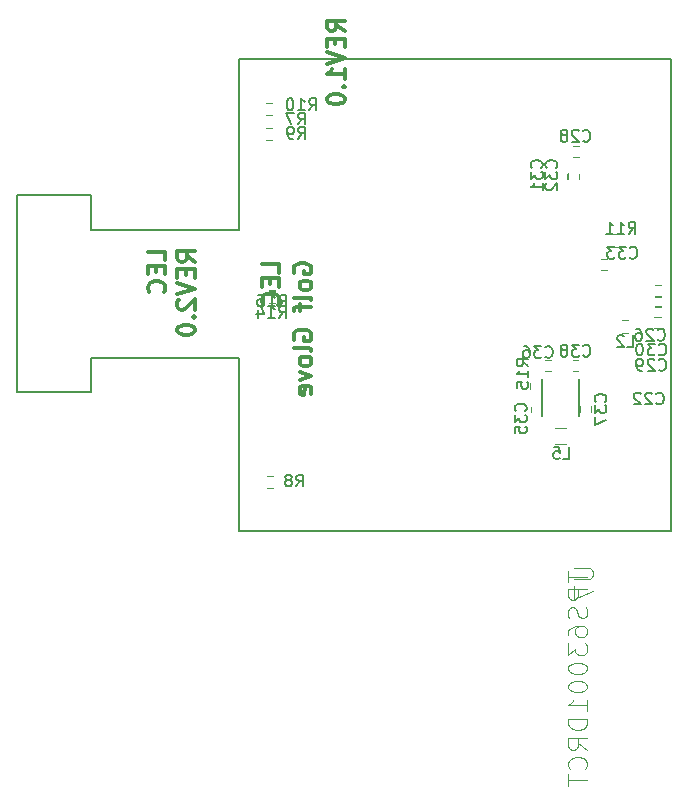
<source format=gbr>
%TF.GenerationSoftware,KiCad,Pcbnew,4.0.7*%
%TF.CreationDate,2019-04-11T13:09:23-05:00*%
%TF.ProjectId,GolfGloveMainBoardV1.0.0,476F6C66476C6F76654D61696E426F61,rev?*%
%TF.FileFunction,Legend,Bot*%
%FSLAX46Y46*%
G04 Gerber Fmt 4.6, Leading zero omitted, Abs format (unit mm)*
G04 Created by KiCad (PCBNEW 4.0.7) date 04/11/19 13:09:23*
%MOMM*%
%LPD*%
G01*
G04 APERTURE LIST*
%ADD10C,0.100000*%
%ADD11C,0.300000*%
%ADD12C,0.150000*%
%ADD13C,0.120000*%
%ADD14C,0.152400*%
%ADD15C,0.050000*%
G04 APERTURE END LIST*
D10*
D11*
X121328571Y-109007144D02*
X120614286Y-108507144D01*
X121328571Y-108150001D02*
X119828571Y-108150001D01*
X119828571Y-108721429D01*
X119900000Y-108864287D01*
X119971429Y-108935715D01*
X120114286Y-109007144D01*
X120328571Y-109007144D01*
X120471429Y-108935715D01*
X120542857Y-108864287D01*
X120614286Y-108721429D01*
X120614286Y-108150001D01*
X120542857Y-109650001D02*
X120542857Y-110150001D01*
X121328571Y-110364287D02*
X121328571Y-109650001D01*
X119828571Y-109650001D01*
X119828571Y-110364287D01*
X119828571Y-110792858D02*
X121328571Y-111292858D01*
X119828571Y-111792858D01*
X121328571Y-113078572D02*
X121328571Y-112221429D01*
X121328571Y-112650001D02*
X119828571Y-112650001D01*
X120042857Y-112507144D01*
X120185714Y-112364286D01*
X120257143Y-112221429D01*
X121185714Y-113721429D02*
X121257143Y-113792857D01*
X121328571Y-113721429D01*
X121257143Y-113650000D01*
X121185714Y-113721429D01*
X121328571Y-113721429D01*
X119828571Y-114721429D02*
X119828571Y-114864286D01*
X119900000Y-115007143D01*
X119971429Y-115078572D01*
X120114286Y-115150001D01*
X120400000Y-115221429D01*
X120757143Y-115221429D01*
X121042857Y-115150001D01*
X121185714Y-115078572D01*
X121257143Y-115007143D01*
X121328571Y-114864286D01*
X121328571Y-114721429D01*
X121257143Y-114578572D01*
X121185714Y-114507143D01*
X121042857Y-114435715D01*
X120757143Y-114364286D01*
X120400000Y-114364286D01*
X120114286Y-114435715D01*
X119971429Y-114507143D01*
X119900000Y-114578572D01*
X119828571Y-114721429D01*
X108653571Y-128532144D02*
X107939286Y-128032144D01*
X108653571Y-127675001D02*
X107153571Y-127675001D01*
X107153571Y-128246429D01*
X107225000Y-128389287D01*
X107296429Y-128460715D01*
X107439286Y-128532144D01*
X107653571Y-128532144D01*
X107796429Y-128460715D01*
X107867857Y-128389287D01*
X107939286Y-128246429D01*
X107939286Y-127675001D01*
X107867857Y-129175001D02*
X107867857Y-129675001D01*
X108653571Y-129889287D02*
X108653571Y-129175001D01*
X107153571Y-129175001D01*
X107153571Y-129889287D01*
X107153571Y-130317858D02*
X108653571Y-130817858D01*
X107153571Y-131317858D01*
X107296429Y-131746429D02*
X107225000Y-131817858D01*
X107153571Y-131960715D01*
X107153571Y-132317858D01*
X107225000Y-132460715D01*
X107296429Y-132532144D01*
X107439286Y-132603572D01*
X107582143Y-132603572D01*
X107796429Y-132532144D01*
X108653571Y-131675001D01*
X108653571Y-132603572D01*
X108510714Y-133246429D02*
X108582143Y-133317857D01*
X108653571Y-133246429D01*
X108582143Y-133175000D01*
X108510714Y-133246429D01*
X108653571Y-133246429D01*
X107153571Y-134246429D02*
X107153571Y-134389286D01*
X107225000Y-134532143D01*
X107296429Y-134603572D01*
X107439286Y-134675001D01*
X107725000Y-134746429D01*
X108082143Y-134746429D01*
X108367857Y-134675001D01*
X108510714Y-134603572D01*
X108582143Y-134532143D01*
X108653571Y-134389286D01*
X108653571Y-134246429D01*
X108582143Y-134103572D01*
X108510714Y-134032143D01*
X108367857Y-133960715D01*
X108082143Y-133889286D01*
X107725000Y-133889286D01*
X107439286Y-133960715D01*
X107296429Y-134032143D01*
X107225000Y-134103572D01*
X107153571Y-134246429D01*
X117075000Y-129510715D02*
X117003571Y-129367858D01*
X117003571Y-129153572D01*
X117075000Y-128939287D01*
X117217857Y-128796429D01*
X117360714Y-128725001D01*
X117646429Y-128653572D01*
X117860714Y-128653572D01*
X118146429Y-128725001D01*
X118289286Y-128796429D01*
X118432143Y-128939287D01*
X118503571Y-129153572D01*
X118503571Y-129296429D01*
X118432143Y-129510715D01*
X118360714Y-129582144D01*
X117860714Y-129582144D01*
X117860714Y-129296429D01*
X118503571Y-130439287D02*
X118432143Y-130296429D01*
X118360714Y-130225001D01*
X118217857Y-130153572D01*
X117789286Y-130153572D01*
X117646429Y-130225001D01*
X117575000Y-130296429D01*
X117503571Y-130439287D01*
X117503571Y-130653572D01*
X117575000Y-130796429D01*
X117646429Y-130867858D01*
X117789286Y-130939287D01*
X118217857Y-130939287D01*
X118360714Y-130867858D01*
X118432143Y-130796429D01*
X118503571Y-130653572D01*
X118503571Y-130439287D01*
X118503571Y-131796430D02*
X118432143Y-131653572D01*
X118289286Y-131582144D01*
X117003571Y-131582144D01*
X117503571Y-132153572D02*
X117503571Y-132725001D01*
X118503571Y-132367858D02*
X117217857Y-132367858D01*
X117075000Y-132439286D01*
X117003571Y-132582144D01*
X117003571Y-132725001D01*
X117075000Y-135153572D02*
X117003571Y-135010715D01*
X117003571Y-134796429D01*
X117075000Y-134582144D01*
X117217857Y-134439286D01*
X117360714Y-134367858D01*
X117646429Y-134296429D01*
X117860714Y-134296429D01*
X118146429Y-134367858D01*
X118289286Y-134439286D01*
X118432143Y-134582144D01*
X118503571Y-134796429D01*
X118503571Y-134939286D01*
X118432143Y-135153572D01*
X118360714Y-135225001D01*
X117860714Y-135225001D01*
X117860714Y-134939286D01*
X118503571Y-136082144D02*
X118432143Y-135939286D01*
X118289286Y-135867858D01*
X117003571Y-135867858D01*
X118503571Y-136867858D02*
X118432143Y-136725000D01*
X118360714Y-136653572D01*
X118217857Y-136582143D01*
X117789286Y-136582143D01*
X117646429Y-136653572D01*
X117575000Y-136725000D01*
X117503571Y-136867858D01*
X117503571Y-137082143D01*
X117575000Y-137225000D01*
X117646429Y-137296429D01*
X117789286Y-137367858D01*
X118217857Y-137367858D01*
X118360714Y-137296429D01*
X118432143Y-137225000D01*
X118503571Y-137082143D01*
X118503571Y-136867858D01*
X117503571Y-137867858D02*
X118503571Y-138225001D01*
X117503571Y-138582143D01*
X118432143Y-139725000D02*
X118503571Y-139582143D01*
X118503571Y-139296429D01*
X118432143Y-139153572D01*
X118289286Y-139082143D01*
X117717857Y-139082143D01*
X117575000Y-139153572D01*
X117503571Y-139296429D01*
X117503571Y-139582143D01*
X117575000Y-139725000D01*
X117717857Y-139796429D01*
X117860714Y-139796429D01*
X118003571Y-139082143D01*
X106153571Y-128410715D02*
X106153571Y-127696429D01*
X104653571Y-127696429D01*
X105367857Y-128910715D02*
X105367857Y-129410715D01*
X106153571Y-129625001D02*
X106153571Y-128910715D01*
X104653571Y-128910715D01*
X104653571Y-129625001D01*
X106010714Y-131125001D02*
X106082143Y-131053572D01*
X106153571Y-130839286D01*
X106153571Y-130696429D01*
X106082143Y-130482144D01*
X105939286Y-130339286D01*
X105796429Y-130267858D01*
X105510714Y-130196429D01*
X105296429Y-130196429D01*
X105010714Y-130267858D01*
X104867857Y-130339286D01*
X104725000Y-130482144D01*
X104653571Y-130696429D01*
X104653571Y-130839286D01*
X104725000Y-131053572D01*
X104796429Y-131125001D01*
X115803571Y-129460715D02*
X115803571Y-128746429D01*
X114303571Y-128746429D01*
X115017857Y-129960715D02*
X115017857Y-130460715D01*
X115803571Y-130675001D02*
X115803571Y-129960715D01*
X114303571Y-129960715D01*
X114303571Y-130675001D01*
X115660714Y-132175001D02*
X115732143Y-132103572D01*
X115803571Y-131889286D01*
X115803571Y-131746429D01*
X115732143Y-131532144D01*
X115589286Y-131389286D01*
X115446429Y-131317858D01*
X115160714Y-131246429D01*
X114946429Y-131246429D01*
X114660714Y-131317858D01*
X114517857Y-131389286D01*
X114375000Y-131532144D01*
X114303571Y-131746429D01*
X114303571Y-131889286D01*
X114375000Y-132103572D01*
X114446429Y-132175001D01*
D12*
X148925000Y-151345000D02*
X148925000Y-151355000D01*
X112365000Y-151345000D02*
X148925000Y-151345000D01*
X112365000Y-136675000D02*
X112365000Y-151345000D01*
X99805000Y-136675000D02*
X112365000Y-136675000D01*
X99805000Y-139585000D02*
X99805000Y-136675000D01*
X93605000Y-139585000D02*
X99805000Y-139585000D01*
X93605000Y-122935000D02*
X93605000Y-139585000D01*
X99805000Y-122935000D02*
X93605000Y-122935000D01*
X99805000Y-125835000D02*
X99805000Y-122935000D01*
X112375000Y-125835000D02*
X99805000Y-125835000D01*
X112375000Y-111355000D02*
X112375000Y-125835000D01*
X148925000Y-111355000D02*
X112375000Y-111355000D01*
X148925000Y-151345000D02*
X148925000Y-111355000D01*
D13*
X148050000Y-134195000D02*
X147550000Y-134195000D01*
X147550000Y-133255000D02*
X148050000Y-133255000D01*
X147575000Y-130555000D02*
X148075000Y-130555000D01*
X148075000Y-131495000D02*
X147575000Y-131495000D01*
X140625000Y-118730000D02*
X141125000Y-118730000D01*
X141125000Y-119670000D02*
X140625000Y-119670000D01*
X147565000Y-132285000D02*
X148065000Y-132285000D01*
X148065000Y-133225000D02*
X147565000Y-133225000D01*
X147575000Y-131425000D02*
X148075000Y-131425000D01*
X148075000Y-132365000D02*
X147575000Y-132365000D01*
X139255000Y-121565000D02*
X139255000Y-121065000D01*
X140195000Y-121065000D02*
X140195000Y-121565000D01*
X140185000Y-121585000D02*
X140185000Y-121085000D01*
X141125000Y-121085000D02*
X141125000Y-121585000D01*
X143050000Y-128330000D02*
X143550000Y-128330000D01*
X143550000Y-129270000D02*
X143050000Y-129270000D01*
X138015000Y-140810000D02*
X138015000Y-141310000D01*
X137075000Y-141310000D02*
X137075000Y-140810000D01*
X138795000Y-137830000D02*
X138295000Y-137830000D01*
X138295000Y-136890000D02*
X138795000Y-136890000D01*
X142215000Y-140735000D02*
X142215000Y-141235000D01*
X141275000Y-141235000D02*
X141275000Y-140735000D01*
X140620000Y-136890000D02*
X141120000Y-136890000D01*
X141120000Y-137830000D02*
X140620000Y-137830000D01*
X144800000Y-133520000D02*
X145300000Y-133520000D01*
X145300000Y-134580000D02*
X144800000Y-134580000D01*
X140095000Y-142605000D02*
X139095000Y-142605000D01*
X139095000Y-143965000D02*
X140095000Y-143965000D01*
X114635000Y-116145000D02*
X115135000Y-116145000D01*
X115135000Y-117205000D02*
X114635000Y-117205000D01*
X114755000Y-146685000D02*
X115255000Y-146685000D01*
X115255000Y-147745000D02*
X114755000Y-147745000D01*
X114635000Y-117205000D02*
X115135000Y-117205000D01*
X115135000Y-118265000D02*
X114635000Y-118265000D01*
X114635000Y-115095000D02*
X115135000Y-115095000D01*
X115135000Y-116155000D02*
X114635000Y-116155000D01*
X144425000Y-127280000D02*
X143925000Y-127280000D01*
X143925000Y-126220000D02*
X144425000Y-126220000D01*
X138050000Y-138835000D02*
X138050000Y-139335000D01*
X136990000Y-139335000D02*
X136990000Y-138835000D01*
D14*
X138020200Y-141634800D02*
X138020200Y-138485200D01*
X141169800Y-138485200D02*
X141169800Y-141634800D01*
D13*
X115400000Y-132030000D02*
X114900000Y-132030000D01*
X114900000Y-130970000D02*
X115400000Y-130970000D01*
X115415000Y-131049999D02*
X114915000Y-131049999D01*
X114915000Y-129989999D02*
X115415000Y-129989999D01*
D12*
X147717857Y-140532143D02*
X147765476Y-140579762D01*
X147908333Y-140627381D01*
X148003571Y-140627381D01*
X148146429Y-140579762D01*
X148241667Y-140484524D01*
X148289286Y-140389286D01*
X148336905Y-140198810D01*
X148336905Y-140055952D01*
X148289286Y-139865476D01*
X148241667Y-139770238D01*
X148146429Y-139675000D01*
X148003571Y-139627381D01*
X147908333Y-139627381D01*
X147765476Y-139675000D01*
X147717857Y-139722619D01*
X147336905Y-139722619D02*
X147289286Y-139675000D01*
X147194048Y-139627381D01*
X146955952Y-139627381D01*
X146860714Y-139675000D01*
X146813095Y-139722619D01*
X146765476Y-139817857D01*
X146765476Y-139913095D01*
X146813095Y-140055952D01*
X147384524Y-140627381D01*
X146765476Y-140627381D01*
X146384524Y-139722619D02*
X146336905Y-139675000D01*
X146241667Y-139627381D01*
X146003571Y-139627381D01*
X145908333Y-139675000D01*
X145860714Y-139722619D01*
X145813095Y-139817857D01*
X145813095Y-139913095D01*
X145860714Y-140055952D01*
X146432143Y-140627381D01*
X145813095Y-140627381D01*
X147817857Y-135132143D02*
X147865476Y-135179762D01*
X148008333Y-135227381D01*
X148103571Y-135227381D01*
X148246429Y-135179762D01*
X148341667Y-135084524D01*
X148389286Y-134989286D01*
X148436905Y-134798810D01*
X148436905Y-134655952D01*
X148389286Y-134465476D01*
X148341667Y-134370238D01*
X148246429Y-134275000D01*
X148103571Y-134227381D01*
X148008333Y-134227381D01*
X147865476Y-134275000D01*
X147817857Y-134322619D01*
X147436905Y-134322619D02*
X147389286Y-134275000D01*
X147294048Y-134227381D01*
X147055952Y-134227381D01*
X146960714Y-134275000D01*
X146913095Y-134322619D01*
X146865476Y-134417857D01*
X146865476Y-134513095D01*
X146913095Y-134655952D01*
X147484524Y-135227381D01*
X146865476Y-135227381D01*
X146008333Y-134227381D02*
X146198810Y-134227381D01*
X146294048Y-134275000D01*
X146341667Y-134322619D01*
X146436905Y-134465476D01*
X146484524Y-134655952D01*
X146484524Y-135036905D01*
X146436905Y-135132143D01*
X146389286Y-135179762D01*
X146294048Y-135227381D01*
X146103571Y-135227381D01*
X146008333Y-135179762D01*
X145960714Y-135132143D01*
X145913095Y-135036905D01*
X145913095Y-134798810D01*
X145960714Y-134703571D01*
X146008333Y-134655952D01*
X146103571Y-134608333D01*
X146294048Y-134608333D01*
X146389286Y-134655952D01*
X146436905Y-134703571D01*
X146484524Y-134798810D01*
X141517857Y-118287143D02*
X141565476Y-118334762D01*
X141708333Y-118382381D01*
X141803571Y-118382381D01*
X141946429Y-118334762D01*
X142041667Y-118239524D01*
X142089286Y-118144286D01*
X142136905Y-117953810D01*
X142136905Y-117810952D01*
X142089286Y-117620476D01*
X142041667Y-117525238D01*
X141946429Y-117430000D01*
X141803571Y-117382381D01*
X141708333Y-117382381D01*
X141565476Y-117430000D01*
X141517857Y-117477619D01*
X141136905Y-117477619D02*
X141089286Y-117430000D01*
X140994048Y-117382381D01*
X140755952Y-117382381D01*
X140660714Y-117430000D01*
X140613095Y-117477619D01*
X140565476Y-117572857D01*
X140565476Y-117668095D01*
X140613095Y-117810952D01*
X141184524Y-118382381D01*
X140565476Y-118382381D01*
X139994048Y-117810952D02*
X140089286Y-117763333D01*
X140136905Y-117715714D01*
X140184524Y-117620476D01*
X140184524Y-117572857D01*
X140136905Y-117477619D01*
X140089286Y-117430000D01*
X139994048Y-117382381D01*
X139803571Y-117382381D01*
X139708333Y-117430000D01*
X139660714Y-117477619D01*
X139613095Y-117572857D01*
X139613095Y-117620476D01*
X139660714Y-117715714D01*
X139708333Y-117763333D01*
X139803571Y-117810952D01*
X139994048Y-117810952D01*
X140089286Y-117858571D01*
X140136905Y-117906190D01*
X140184524Y-118001429D01*
X140184524Y-118191905D01*
X140136905Y-118287143D01*
X140089286Y-118334762D01*
X139994048Y-118382381D01*
X139803571Y-118382381D01*
X139708333Y-118334762D01*
X139660714Y-118287143D01*
X139613095Y-118191905D01*
X139613095Y-118001429D01*
X139660714Y-117906190D01*
X139708333Y-117858571D01*
X139803571Y-117810952D01*
X147917857Y-137682143D02*
X147965476Y-137729762D01*
X148108333Y-137777381D01*
X148203571Y-137777381D01*
X148346429Y-137729762D01*
X148441667Y-137634524D01*
X148489286Y-137539286D01*
X148536905Y-137348810D01*
X148536905Y-137205952D01*
X148489286Y-137015476D01*
X148441667Y-136920238D01*
X148346429Y-136825000D01*
X148203571Y-136777381D01*
X148108333Y-136777381D01*
X147965476Y-136825000D01*
X147917857Y-136872619D01*
X147536905Y-136872619D02*
X147489286Y-136825000D01*
X147394048Y-136777381D01*
X147155952Y-136777381D01*
X147060714Y-136825000D01*
X147013095Y-136872619D01*
X146965476Y-136967857D01*
X146965476Y-137063095D01*
X147013095Y-137205952D01*
X147584524Y-137777381D01*
X146965476Y-137777381D01*
X146489286Y-137777381D02*
X146298810Y-137777381D01*
X146203571Y-137729762D01*
X146155952Y-137682143D01*
X146060714Y-137539286D01*
X146013095Y-137348810D01*
X146013095Y-136967857D01*
X146060714Y-136872619D01*
X146108333Y-136825000D01*
X146203571Y-136777381D01*
X146394048Y-136777381D01*
X146489286Y-136825000D01*
X146536905Y-136872619D01*
X146584524Y-136967857D01*
X146584524Y-137205952D01*
X146536905Y-137301190D01*
X146489286Y-137348810D01*
X146394048Y-137396429D01*
X146203571Y-137396429D01*
X146108333Y-137348810D01*
X146060714Y-137301190D01*
X146013095Y-137205952D01*
X147917857Y-136382143D02*
X147965476Y-136429762D01*
X148108333Y-136477381D01*
X148203571Y-136477381D01*
X148346429Y-136429762D01*
X148441667Y-136334524D01*
X148489286Y-136239286D01*
X148536905Y-136048810D01*
X148536905Y-135905952D01*
X148489286Y-135715476D01*
X148441667Y-135620238D01*
X148346429Y-135525000D01*
X148203571Y-135477381D01*
X148108333Y-135477381D01*
X147965476Y-135525000D01*
X147917857Y-135572619D01*
X147584524Y-135477381D02*
X146965476Y-135477381D01*
X147298810Y-135858333D01*
X147155952Y-135858333D01*
X147060714Y-135905952D01*
X147013095Y-135953571D01*
X146965476Y-136048810D01*
X146965476Y-136286905D01*
X147013095Y-136382143D01*
X147060714Y-136429762D01*
X147155952Y-136477381D01*
X147441667Y-136477381D01*
X147536905Y-136429762D01*
X147584524Y-136382143D01*
X146346429Y-135477381D02*
X146251190Y-135477381D01*
X146155952Y-135525000D01*
X146108333Y-135572619D01*
X146060714Y-135667857D01*
X146013095Y-135858333D01*
X146013095Y-136096429D01*
X146060714Y-136286905D01*
X146108333Y-136382143D01*
X146155952Y-136429762D01*
X146251190Y-136477381D01*
X146346429Y-136477381D01*
X146441667Y-136429762D01*
X146489286Y-136382143D01*
X146536905Y-136286905D01*
X146584524Y-136096429D01*
X146584524Y-135858333D01*
X146536905Y-135667857D01*
X146489286Y-135572619D01*
X146441667Y-135525000D01*
X146346429Y-135477381D01*
X137982143Y-120582143D02*
X138029762Y-120534524D01*
X138077381Y-120391667D01*
X138077381Y-120296429D01*
X138029762Y-120153571D01*
X137934524Y-120058333D01*
X137839286Y-120010714D01*
X137648810Y-119963095D01*
X137505952Y-119963095D01*
X137315476Y-120010714D01*
X137220238Y-120058333D01*
X137125000Y-120153571D01*
X137077381Y-120296429D01*
X137077381Y-120391667D01*
X137125000Y-120534524D01*
X137172619Y-120582143D01*
X137077381Y-120915476D02*
X137077381Y-121534524D01*
X137458333Y-121201190D01*
X137458333Y-121344048D01*
X137505952Y-121439286D01*
X137553571Y-121486905D01*
X137648810Y-121534524D01*
X137886905Y-121534524D01*
X137982143Y-121486905D01*
X138029762Y-121439286D01*
X138077381Y-121344048D01*
X138077381Y-121058333D01*
X138029762Y-120963095D01*
X137982143Y-120915476D01*
X138077381Y-122486905D02*
X138077381Y-121915476D01*
X138077381Y-122201190D02*
X137077381Y-122201190D01*
X137220238Y-122105952D01*
X137315476Y-122010714D01*
X137363095Y-121915476D01*
X139232143Y-120582143D02*
X139279762Y-120534524D01*
X139327381Y-120391667D01*
X139327381Y-120296429D01*
X139279762Y-120153571D01*
X139184524Y-120058333D01*
X139089286Y-120010714D01*
X138898810Y-119963095D01*
X138755952Y-119963095D01*
X138565476Y-120010714D01*
X138470238Y-120058333D01*
X138375000Y-120153571D01*
X138327381Y-120296429D01*
X138327381Y-120391667D01*
X138375000Y-120534524D01*
X138422619Y-120582143D01*
X138327381Y-120915476D02*
X138327381Y-121534524D01*
X138708333Y-121201190D01*
X138708333Y-121344048D01*
X138755952Y-121439286D01*
X138803571Y-121486905D01*
X138898810Y-121534524D01*
X139136905Y-121534524D01*
X139232143Y-121486905D01*
X139279762Y-121439286D01*
X139327381Y-121344048D01*
X139327381Y-121058333D01*
X139279762Y-120963095D01*
X139232143Y-120915476D01*
X138422619Y-121915476D02*
X138375000Y-121963095D01*
X138327381Y-122058333D01*
X138327381Y-122296429D01*
X138375000Y-122391667D01*
X138422619Y-122439286D01*
X138517857Y-122486905D01*
X138613095Y-122486905D01*
X138755952Y-122439286D01*
X139327381Y-121867857D01*
X139327381Y-122486905D01*
X145467857Y-128182143D02*
X145515476Y-128229762D01*
X145658333Y-128277381D01*
X145753571Y-128277381D01*
X145896429Y-128229762D01*
X145991667Y-128134524D01*
X146039286Y-128039286D01*
X146086905Y-127848810D01*
X146086905Y-127705952D01*
X146039286Y-127515476D01*
X145991667Y-127420238D01*
X145896429Y-127325000D01*
X145753571Y-127277381D01*
X145658333Y-127277381D01*
X145515476Y-127325000D01*
X145467857Y-127372619D01*
X145134524Y-127277381D02*
X144515476Y-127277381D01*
X144848810Y-127658333D01*
X144705952Y-127658333D01*
X144610714Y-127705952D01*
X144563095Y-127753571D01*
X144515476Y-127848810D01*
X144515476Y-128086905D01*
X144563095Y-128182143D01*
X144610714Y-128229762D01*
X144705952Y-128277381D01*
X144991667Y-128277381D01*
X145086905Y-128229762D01*
X145134524Y-128182143D01*
X144182143Y-127277381D02*
X143563095Y-127277381D01*
X143896429Y-127658333D01*
X143753571Y-127658333D01*
X143658333Y-127705952D01*
X143610714Y-127753571D01*
X143563095Y-127848810D01*
X143563095Y-128086905D01*
X143610714Y-128182143D01*
X143658333Y-128229762D01*
X143753571Y-128277381D01*
X144039286Y-128277381D01*
X144134524Y-128229762D01*
X144182143Y-128182143D01*
X136632143Y-141182143D02*
X136679762Y-141134524D01*
X136727381Y-140991667D01*
X136727381Y-140896429D01*
X136679762Y-140753571D01*
X136584524Y-140658333D01*
X136489286Y-140610714D01*
X136298810Y-140563095D01*
X136155952Y-140563095D01*
X135965476Y-140610714D01*
X135870238Y-140658333D01*
X135775000Y-140753571D01*
X135727381Y-140896429D01*
X135727381Y-140991667D01*
X135775000Y-141134524D01*
X135822619Y-141182143D01*
X135727381Y-141515476D02*
X135727381Y-142134524D01*
X136108333Y-141801190D01*
X136108333Y-141944048D01*
X136155952Y-142039286D01*
X136203571Y-142086905D01*
X136298810Y-142134524D01*
X136536905Y-142134524D01*
X136632143Y-142086905D01*
X136679762Y-142039286D01*
X136727381Y-141944048D01*
X136727381Y-141658333D01*
X136679762Y-141563095D01*
X136632143Y-141515476D01*
X135727381Y-143039286D02*
X135727381Y-142563095D01*
X136203571Y-142515476D01*
X136155952Y-142563095D01*
X136108333Y-142658333D01*
X136108333Y-142896429D01*
X136155952Y-142991667D01*
X136203571Y-143039286D01*
X136298810Y-143086905D01*
X136536905Y-143086905D01*
X136632143Y-143039286D01*
X136679762Y-142991667D01*
X136727381Y-142896429D01*
X136727381Y-142658333D01*
X136679762Y-142563095D01*
X136632143Y-142515476D01*
X138317857Y-136582143D02*
X138365476Y-136629762D01*
X138508333Y-136677381D01*
X138603571Y-136677381D01*
X138746429Y-136629762D01*
X138841667Y-136534524D01*
X138889286Y-136439286D01*
X138936905Y-136248810D01*
X138936905Y-136105952D01*
X138889286Y-135915476D01*
X138841667Y-135820238D01*
X138746429Y-135725000D01*
X138603571Y-135677381D01*
X138508333Y-135677381D01*
X138365476Y-135725000D01*
X138317857Y-135772619D01*
X137984524Y-135677381D02*
X137365476Y-135677381D01*
X137698810Y-136058333D01*
X137555952Y-136058333D01*
X137460714Y-136105952D01*
X137413095Y-136153571D01*
X137365476Y-136248810D01*
X137365476Y-136486905D01*
X137413095Y-136582143D01*
X137460714Y-136629762D01*
X137555952Y-136677381D01*
X137841667Y-136677381D01*
X137936905Y-136629762D01*
X137984524Y-136582143D01*
X136508333Y-135677381D02*
X136698810Y-135677381D01*
X136794048Y-135725000D01*
X136841667Y-135772619D01*
X136936905Y-135915476D01*
X136984524Y-136105952D01*
X136984524Y-136486905D01*
X136936905Y-136582143D01*
X136889286Y-136629762D01*
X136794048Y-136677381D01*
X136603571Y-136677381D01*
X136508333Y-136629762D01*
X136460714Y-136582143D01*
X136413095Y-136486905D01*
X136413095Y-136248810D01*
X136460714Y-136153571D01*
X136508333Y-136105952D01*
X136603571Y-136058333D01*
X136794048Y-136058333D01*
X136889286Y-136105952D01*
X136936905Y-136153571D01*
X136984524Y-136248810D01*
X143382143Y-140382143D02*
X143429762Y-140334524D01*
X143477381Y-140191667D01*
X143477381Y-140096429D01*
X143429762Y-139953571D01*
X143334524Y-139858333D01*
X143239286Y-139810714D01*
X143048810Y-139763095D01*
X142905952Y-139763095D01*
X142715476Y-139810714D01*
X142620238Y-139858333D01*
X142525000Y-139953571D01*
X142477381Y-140096429D01*
X142477381Y-140191667D01*
X142525000Y-140334524D01*
X142572619Y-140382143D01*
X142477381Y-140715476D02*
X142477381Y-141334524D01*
X142858333Y-141001190D01*
X142858333Y-141144048D01*
X142905952Y-141239286D01*
X142953571Y-141286905D01*
X143048810Y-141334524D01*
X143286905Y-141334524D01*
X143382143Y-141286905D01*
X143429762Y-141239286D01*
X143477381Y-141144048D01*
X143477381Y-140858333D01*
X143429762Y-140763095D01*
X143382143Y-140715476D01*
X142477381Y-141667857D02*
X142477381Y-142334524D01*
X143477381Y-141905952D01*
X141517857Y-136482143D02*
X141565476Y-136529762D01*
X141708333Y-136577381D01*
X141803571Y-136577381D01*
X141946429Y-136529762D01*
X142041667Y-136434524D01*
X142089286Y-136339286D01*
X142136905Y-136148810D01*
X142136905Y-136005952D01*
X142089286Y-135815476D01*
X142041667Y-135720238D01*
X141946429Y-135625000D01*
X141803571Y-135577381D01*
X141708333Y-135577381D01*
X141565476Y-135625000D01*
X141517857Y-135672619D01*
X141184524Y-135577381D02*
X140565476Y-135577381D01*
X140898810Y-135958333D01*
X140755952Y-135958333D01*
X140660714Y-136005952D01*
X140613095Y-136053571D01*
X140565476Y-136148810D01*
X140565476Y-136386905D01*
X140613095Y-136482143D01*
X140660714Y-136529762D01*
X140755952Y-136577381D01*
X141041667Y-136577381D01*
X141136905Y-136529762D01*
X141184524Y-136482143D01*
X139994048Y-136005952D02*
X140089286Y-135958333D01*
X140136905Y-135910714D01*
X140184524Y-135815476D01*
X140184524Y-135767857D01*
X140136905Y-135672619D01*
X140089286Y-135625000D01*
X139994048Y-135577381D01*
X139803571Y-135577381D01*
X139708333Y-135625000D01*
X139660714Y-135672619D01*
X139613095Y-135767857D01*
X139613095Y-135815476D01*
X139660714Y-135910714D01*
X139708333Y-135958333D01*
X139803571Y-136005952D01*
X139994048Y-136005952D01*
X140089286Y-136053571D01*
X140136905Y-136101190D01*
X140184524Y-136196429D01*
X140184524Y-136386905D01*
X140136905Y-136482143D01*
X140089286Y-136529762D01*
X139994048Y-136577381D01*
X139803571Y-136577381D01*
X139708333Y-136529762D01*
X139660714Y-136482143D01*
X139613095Y-136386905D01*
X139613095Y-136196429D01*
X139660714Y-136101190D01*
X139708333Y-136053571D01*
X139803571Y-136005952D01*
X145241666Y-135777381D02*
X145717857Y-135777381D01*
X145717857Y-134777381D01*
X144955952Y-134872619D02*
X144908333Y-134825000D01*
X144813095Y-134777381D01*
X144574999Y-134777381D01*
X144479761Y-134825000D01*
X144432142Y-134872619D01*
X144384523Y-134967857D01*
X144384523Y-135063095D01*
X144432142Y-135205952D01*
X145003571Y-135777381D01*
X144384523Y-135777381D01*
X139841666Y-145227381D02*
X140317857Y-145227381D01*
X140317857Y-144227381D01*
X139032142Y-144227381D02*
X139508333Y-144227381D01*
X139555952Y-144703571D01*
X139508333Y-144655952D01*
X139413095Y-144608333D01*
X139174999Y-144608333D01*
X139079761Y-144655952D01*
X139032142Y-144703571D01*
X138984523Y-144798810D01*
X138984523Y-145036905D01*
X139032142Y-145132143D01*
X139079761Y-145179762D01*
X139174999Y-145227381D01*
X139413095Y-145227381D01*
X139508333Y-145179762D01*
X139555952Y-145132143D01*
X117391666Y-116927381D02*
X117725000Y-116451190D01*
X117963095Y-116927381D02*
X117963095Y-115927381D01*
X117582142Y-115927381D01*
X117486904Y-115975000D01*
X117439285Y-116022619D01*
X117391666Y-116117857D01*
X117391666Y-116260714D01*
X117439285Y-116355952D01*
X117486904Y-116403571D01*
X117582142Y-116451190D01*
X117963095Y-116451190D01*
X117058333Y-115927381D02*
X116391666Y-115927381D01*
X116820238Y-116927381D01*
X117241666Y-147577381D02*
X117575000Y-147101190D01*
X117813095Y-147577381D02*
X117813095Y-146577381D01*
X117432142Y-146577381D01*
X117336904Y-146625000D01*
X117289285Y-146672619D01*
X117241666Y-146767857D01*
X117241666Y-146910714D01*
X117289285Y-147005952D01*
X117336904Y-147053571D01*
X117432142Y-147101190D01*
X117813095Y-147101190D01*
X116670238Y-147005952D02*
X116765476Y-146958333D01*
X116813095Y-146910714D01*
X116860714Y-146815476D01*
X116860714Y-146767857D01*
X116813095Y-146672619D01*
X116765476Y-146625000D01*
X116670238Y-146577381D01*
X116479761Y-146577381D01*
X116384523Y-146625000D01*
X116336904Y-146672619D01*
X116289285Y-146767857D01*
X116289285Y-146815476D01*
X116336904Y-146910714D01*
X116384523Y-146958333D01*
X116479761Y-147005952D01*
X116670238Y-147005952D01*
X116765476Y-147053571D01*
X116813095Y-147101190D01*
X116860714Y-147196429D01*
X116860714Y-147386905D01*
X116813095Y-147482143D01*
X116765476Y-147529762D01*
X116670238Y-147577381D01*
X116479761Y-147577381D01*
X116384523Y-147529762D01*
X116336904Y-147482143D01*
X116289285Y-147386905D01*
X116289285Y-147196429D01*
X116336904Y-147101190D01*
X116384523Y-147053571D01*
X116479761Y-147005952D01*
X117391666Y-118127381D02*
X117725000Y-117651190D01*
X117963095Y-118127381D02*
X117963095Y-117127381D01*
X117582142Y-117127381D01*
X117486904Y-117175000D01*
X117439285Y-117222619D01*
X117391666Y-117317857D01*
X117391666Y-117460714D01*
X117439285Y-117555952D01*
X117486904Y-117603571D01*
X117582142Y-117651190D01*
X117963095Y-117651190D01*
X116915476Y-118127381D02*
X116725000Y-118127381D01*
X116629761Y-118079762D01*
X116582142Y-118032143D01*
X116486904Y-117889286D01*
X116439285Y-117698810D01*
X116439285Y-117317857D01*
X116486904Y-117222619D01*
X116534523Y-117175000D01*
X116629761Y-117127381D01*
X116820238Y-117127381D01*
X116915476Y-117175000D01*
X116963095Y-117222619D01*
X117010714Y-117317857D01*
X117010714Y-117555952D01*
X116963095Y-117651190D01*
X116915476Y-117698810D01*
X116820238Y-117746429D01*
X116629761Y-117746429D01*
X116534523Y-117698810D01*
X116486904Y-117651190D01*
X116439285Y-117555952D01*
X118317857Y-115727381D02*
X118651191Y-115251190D01*
X118889286Y-115727381D02*
X118889286Y-114727381D01*
X118508333Y-114727381D01*
X118413095Y-114775000D01*
X118365476Y-114822619D01*
X118317857Y-114917857D01*
X118317857Y-115060714D01*
X118365476Y-115155952D01*
X118413095Y-115203571D01*
X118508333Y-115251190D01*
X118889286Y-115251190D01*
X117365476Y-115727381D02*
X117936905Y-115727381D01*
X117651191Y-115727381D02*
X117651191Y-114727381D01*
X117746429Y-114870238D01*
X117841667Y-114965476D01*
X117936905Y-115013095D01*
X116746429Y-114727381D02*
X116651190Y-114727381D01*
X116555952Y-114775000D01*
X116508333Y-114822619D01*
X116460714Y-114917857D01*
X116413095Y-115108333D01*
X116413095Y-115346429D01*
X116460714Y-115536905D01*
X116508333Y-115632143D01*
X116555952Y-115679762D01*
X116651190Y-115727381D01*
X116746429Y-115727381D01*
X116841667Y-115679762D01*
X116889286Y-115632143D01*
X116936905Y-115536905D01*
X116984524Y-115346429D01*
X116984524Y-115108333D01*
X116936905Y-114917857D01*
X116889286Y-114822619D01*
X116841667Y-114775000D01*
X116746429Y-114727381D01*
X145367857Y-126177381D02*
X145701191Y-125701190D01*
X145939286Y-126177381D02*
X145939286Y-125177381D01*
X145558333Y-125177381D01*
X145463095Y-125225000D01*
X145415476Y-125272619D01*
X145367857Y-125367857D01*
X145367857Y-125510714D01*
X145415476Y-125605952D01*
X145463095Y-125653571D01*
X145558333Y-125701190D01*
X145939286Y-125701190D01*
X144415476Y-126177381D02*
X144986905Y-126177381D01*
X144701191Y-126177381D02*
X144701191Y-125177381D01*
X144796429Y-125320238D01*
X144891667Y-125415476D01*
X144986905Y-125463095D01*
X143463095Y-126177381D02*
X144034524Y-126177381D01*
X143748810Y-126177381D02*
X143748810Y-125177381D01*
X143844048Y-125320238D01*
X143939286Y-125415476D01*
X144034524Y-125463095D01*
X136877381Y-137382143D02*
X136401190Y-137048809D01*
X136877381Y-136810714D02*
X135877381Y-136810714D01*
X135877381Y-137191667D01*
X135925000Y-137286905D01*
X135972619Y-137334524D01*
X136067857Y-137382143D01*
X136210714Y-137382143D01*
X136305952Y-137334524D01*
X136353571Y-137286905D01*
X136401190Y-137191667D01*
X136401190Y-136810714D01*
X136877381Y-138334524D02*
X136877381Y-137763095D01*
X136877381Y-138048809D02*
X135877381Y-138048809D01*
X136020238Y-137953571D01*
X136115476Y-137858333D01*
X136163095Y-137763095D01*
X135877381Y-139239286D02*
X135877381Y-138763095D01*
X136353571Y-138715476D01*
X136305952Y-138763095D01*
X136258333Y-138858333D01*
X136258333Y-139096429D01*
X136305952Y-139191667D01*
X136353571Y-139239286D01*
X136448810Y-139286905D01*
X136686905Y-139286905D01*
X136782143Y-139239286D01*
X136829762Y-139191667D01*
X136877381Y-139096429D01*
X136877381Y-138858333D01*
X136829762Y-138763095D01*
X136782143Y-138715476D01*
D15*
X140725903Y-154474082D02*
X142055003Y-154474082D01*
X142211368Y-154552264D01*
X142289550Y-154630447D01*
X142367733Y-154786811D01*
X142367733Y-155099541D01*
X142289550Y-155255906D01*
X142211368Y-155334088D01*
X142055003Y-155412270D01*
X140725903Y-155412270D01*
X140725903Y-156037729D02*
X140725903Y-157132282D01*
X142367733Y-156428641D01*
X140225727Y-154754077D02*
X140225727Y-155692449D01*
X141867877Y-155223263D02*
X140225727Y-155223263D01*
X141867877Y-156239832D02*
X140225727Y-156239832D01*
X140225727Y-156865413D01*
X140303925Y-157021808D01*
X140382123Y-157100006D01*
X140538518Y-157178204D01*
X140773111Y-157178204D01*
X140929506Y-157100006D01*
X141007704Y-157021808D01*
X141085901Y-156865413D01*
X141085901Y-156239832D01*
X141789680Y-157803784D02*
X141867877Y-158038377D01*
X141867877Y-158429365D01*
X141789680Y-158585761D01*
X141711482Y-158663958D01*
X141555087Y-158742156D01*
X141398692Y-158742156D01*
X141242296Y-158663958D01*
X141164099Y-158585761D01*
X141085901Y-158429365D01*
X141007704Y-158116575D01*
X140929506Y-157960180D01*
X140851308Y-157881982D01*
X140694913Y-157803784D01*
X140538518Y-157803784D01*
X140382123Y-157881982D01*
X140303925Y-157960180D01*
X140225727Y-158116575D01*
X140225727Y-158507563D01*
X140303925Y-158742156D01*
X140225727Y-160149713D02*
X140225727Y-159836922D01*
X140303925Y-159680527D01*
X140382123Y-159602329D01*
X140616715Y-159445934D01*
X140929506Y-159367736D01*
X141555087Y-159367736D01*
X141711482Y-159445934D01*
X141789680Y-159524132D01*
X141867877Y-159680527D01*
X141867877Y-159993317D01*
X141789680Y-160149713D01*
X141711482Y-160227910D01*
X141555087Y-160306108D01*
X141164099Y-160306108D01*
X141007704Y-160227910D01*
X140929506Y-160149713D01*
X140851308Y-159993317D01*
X140851308Y-159680527D01*
X140929506Y-159524132D01*
X141007704Y-159445934D01*
X141164099Y-159367736D01*
X140225727Y-160853491D02*
X140225727Y-161870060D01*
X140851308Y-161322677D01*
X140851308Y-161557269D01*
X140929506Y-161713665D01*
X141007704Y-161791862D01*
X141164099Y-161870060D01*
X141555087Y-161870060D01*
X141711482Y-161791862D01*
X141789680Y-161713665D01*
X141867877Y-161557269D01*
X141867877Y-161088084D01*
X141789680Y-160931688D01*
X141711482Y-160853491D01*
X140225727Y-162886629D02*
X140225727Y-163043024D01*
X140303925Y-163199419D01*
X140382123Y-163277617D01*
X140538518Y-163355814D01*
X140851308Y-163434012D01*
X141242296Y-163434012D01*
X141555087Y-163355814D01*
X141711482Y-163277617D01*
X141789680Y-163199419D01*
X141867877Y-163043024D01*
X141867877Y-162886629D01*
X141789680Y-162730233D01*
X141711482Y-162652036D01*
X141555087Y-162573838D01*
X141242296Y-162495640D01*
X140851308Y-162495640D01*
X140538518Y-162573838D01*
X140382123Y-162652036D01*
X140303925Y-162730233D01*
X140225727Y-162886629D01*
X140225727Y-164450581D02*
X140225727Y-164606976D01*
X140303925Y-164763371D01*
X140382123Y-164841569D01*
X140538518Y-164919766D01*
X140851308Y-164997964D01*
X141242296Y-164997964D01*
X141555087Y-164919766D01*
X141711482Y-164841569D01*
X141789680Y-164763371D01*
X141867877Y-164606976D01*
X141867877Y-164450581D01*
X141789680Y-164294185D01*
X141711482Y-164215988D01*
X141555087Y-164137790D01*
X141242296Y-164059592D01*
X140851308Y-164059592D01*
X140538518Y-164137790D01*
X140382123Y-164215988D01*
X140303925Y-164294185D01*
X140225727Y-164450581D01*
X141867877Y-166561916D02*
X141867877Y-165623544D01*
X141867877Y-166092730D02*
X140225727Y-166092730D01*
X140460320Y-165936335D01*
X140616715Y-165779940D01*
X140694913Y-165623544D01*
X141867877Y-167265694D02*
X140225727Y-167265694D01*
X140225727Y-167656682D01*
X140303925Y-167891275D01*
X140460320Y-168047670D01*
X140616715Y-168125868D01*
X140929506Y-168204066D01*
X141164099Y-168204066D01*
X141476889Y-168125868D01*
X141633285Y-168047670D01*
X141789680Y-167891275D01*
X141867877Y-167656682D01*
X141867877Y-167265694D01*
X141867877Y-169846216D02*
X141085901Y-169298832D01*
X141867877Y-168907844D02*
X140225727Y-168907844D01*
X140225727Y-169533425D01*
X140303925Y-169689820D01*
X140382123Y-169768018D01*
X140538518Y-169846216D01*
X140773111Y-169846216D01*
X140929506Y-169768018D01*
X141007704Y-169689820D01*
X141085901Y-169533425D01*
X141085901Y-168907844D01*
X141711482Y-171488366D02*
X141789680Y-171410168D01*
X141867877Y-171175575D01*
X141867877Y-171019180D01*
X141789680Y-170784587D01*
X141633285Y-170628192D01*
X141476889Y-170549994D01*
X141164099Y-170471796D01*
X140929506Y-170471796D01*
X140616715Y-170549994D01*
X140460320Y-170628192D01*
X140303925Y-170784587D01*
X140225727Y-171019180D01*
X140225727Y-171175575D01*
X140303925Y-171410168D01*
X140382123Y-171488366D01*
X140225727Y-171957551D02*
X140225727Y-172895923D01*
X141867877Y-172426737D02*
X140225727Y-172426737D01*
D12*
X115792857Y-133302381D02*
X116126191Y-132826190D01*
X116364286Y-133302381D02*
X116364286Y-132302381D01*
X115983333Y-132302381D01*
X115888095Y-132350000D01*
X115840476Y-132397619D01*
X115792857Y-132492857D01*
X115792857Y-132635714D01*
X115840476Y-132730952D01*
X115888095Y-132778571D01*
X115983333Y-132826190D01*
X116364286Y-132826190D01*
X114840476Y-133302381D02*
X115411905Y-133302381D01*
X115126191Y-133302381D02*
X115126191Y-132302381D01*
X115221429Y-132445238D01*
X115316667Y-132540476D01*
X115411905Y-132588095D01*
X113983333Y-132635714D02*
X113983333Y-133302381D01*
X114221429Y-132254762D02*
X114459524Y-132969048D01*
X113840476Y-132969048D01*
X115807857Y-132322380D02*
X116141191Y-131846189D01*
X116379286Y-132322380D02*
X116379286Y-131322380D01*
X115998333Y-131322380D01*
X115903095Y-131369999D01*
X115855476Y-131417618D01*
X115807857Y-131512856D01*
X115807857Y-131655713D01*
X115855476Y-131750951D01*
X115903095Y-131798570D01*
X115998333Y-131846189D01*
X116379286Y-131846189D01*
X114855476Y-132322380D02*
X115426905Y-132322380D01*
X115141191Y-132322380D02*
X115141191Y-131322380D01*
X115236429Y-131465237D01*
X115331667Y-131560475D01*
X115426905Y-131608094D01*
X113998333Y-131322380D02*
X114188810Y-131322380D01*
X114284048Y-131369999D01*
X114331667Y-131417618D01*
X114426905Y-131560475D01*
X114474524Y-131750951D01*
X114474524Y-132131904D01*
X114426905Y-132227142D01*
X114379286Y-132274761D01*
X114284048Y-132322380D01*
X114093571Y-132322380D01*
X113998333Y-132274761D01*
X113950714Y-132227142D01*
X113903095Y-132131904D01*
X113903095Y-131893809D01*
X113950714Y-131798570D01*
X113998333Y-131750951D01*
X114093571Y-131703332D01*
X114284048Y-131703332D01*
X114379286Y-131750951D01*
X114426905Y-131798570D01*
X114474524Y-131893809D01*
M02*

</source>
